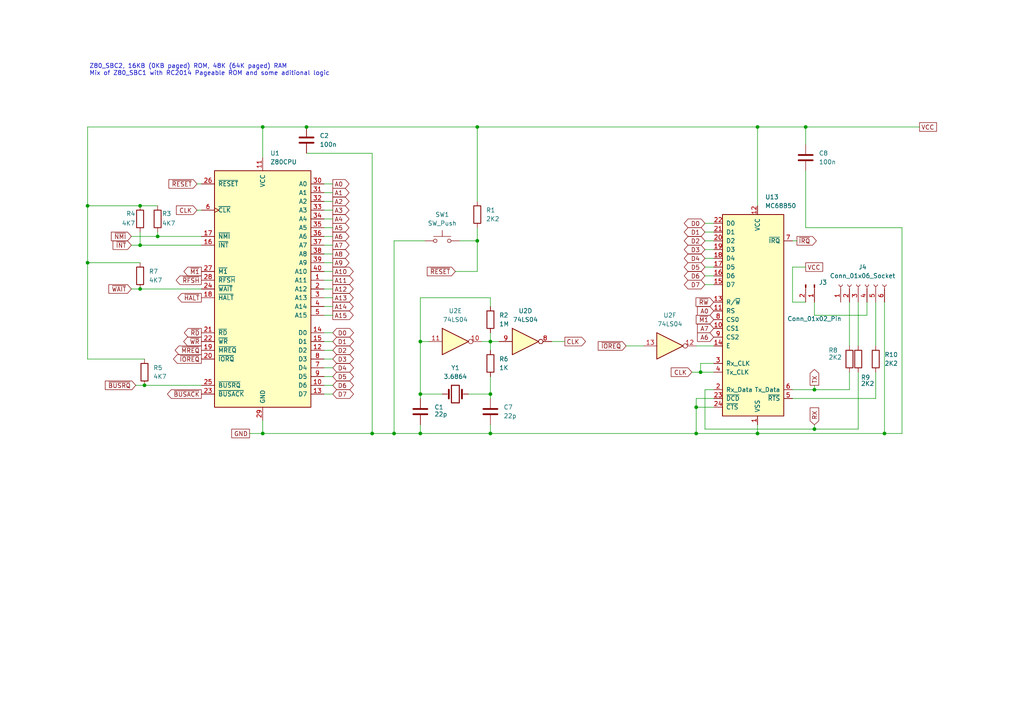
<source format=kicad_sch>
(kicad_sch (version 20231120) (generator "eeschema") (generator_version "8.0")
  (paper "A4")
  (lib_symbols
    (symbol "74xx:74LS04"
      (property "Reference" "U" (at 0 1.27 0))
      (property "Value" "74LS04" (at 0 -1.27 0))
      (symbol "74LS04_1_0"
        (polyline (pts (xy -3.81 3.81) (xy -3.81 -3.81) (xy 3.81 0) (xy -3.81 3.81)) (stroke (width 0.254)) (fill (type background)))
        (pin input line (at -7.62 0 0) (length 3.81) (name "~") (number "1"))
        (pin output inverted (at 7.62 0 180) (length 3.81) (name "~") (number "2"))
      )
      (symbol "74LS04_2_0"
        (polyline (pts (xy -3.81 3.81) (xy -3.81 -3.81) (xy 3.81 0) (xy -3.81 3.81)) (stroke (width 0.254)) (fill (type background)))
        (pin input line (at -7.62 0 0) (length 3.81) (name "~") (number "3"))
        (pin output inverted (at 7.62 0 180) (length 3.81) (name "~") (number "4"))
      )
      (symbol "74LS04_3_0"
        (polyline (pts (xy -3.81 3.81) (xy -3.81 -3.81) (xy 3.81 0) (xy -3.81 3.81)) (stroke (width 0.254)) (fill (type background)))
        (pin input line (at -7.62 0 0) (length 3.81) (name "~") (number "5"))
        (pin output inverted (at 7.62 0 180) (length 3.81) (name "~") (number "6"))
      )
      (symbol "74LS04_4_0"
        (polyline (pts (xy -3.81 3.81) (xy -3.81 -3.81) (xy 3.81 0) (xy -3.81 3.81)) (stroke (width 0.254)) (fill (type background)))
        (pin output inverted (at 7.62 0 180) (length 3.81) (name "~") (number "8"))
        (pin input line (at -7.62 0 0) (length 3.81) (name "~") (number "9"))
      )
      (symbol "74LS04_5_0"
        (polyline (pts (xy -3.81 3.81) (xy -3.81 -3.81) (xy 3.81 0) (xy -3.81 3.81)) (stroke (width 0.254)) (fill (type background)))
        (pin output inverted (at 7.62 0 180) (length 3.81) (name "~") (number "10"))
        (pin input line (at -7.62 0 0) (length 3.81) (name "~") (number "11"))
      )
      (symbol "74LS04_6_0"
        (polyline (pts (xy -3.81 3.81) (xy -3.81 -3.81) (xy 3.81 0) (xy -3.81 3.81)) (stroke (width 0.254)) (fill (type background)))
        (pin output inverted (at 7.62 0 180) (length 3.81) (name "~") (number "12"))
        (pin input line (at -7.62 0 0) (length 3.81) (name "~") (number "13"))
      )
      (symbol "74LS04_7_0"
        (pin power_in line (at 0 12.7 270) (length 5.08) (name "VCC") (number "14"))
        (pin power_in line (at 0 -12.7 90) (length 5.08) (name "GND") (number "7"))
      )
      (symbol "74LS04_7_1"
        (rectangle (start -5.08 7.62) (end 5.08 -7.62) (stroke (width 0.254)) (fill (type background)))
      )
    )
    (symbol "CPU:Z80CPU" (pin_names (offset 1.016))
      (property "Reference" "U" (at -13.97 35.56 0))
      (property "Value" "Z80CPU" (at 6.35 35.56 0))
      (symbol "Z80CPU_0_1"
        (rectangle (start -13.97 34.29) (end 13.97 -34.29) (stroke (width 0.254)) (fill (type background)))
      )
      (symbol "Z80CPU_1_1"
        (pin output line (at 17.78 2.54 180) (length 3.81) (name "A11") (number "1"))
        (pin bidirectional line (at 17.78 -27.94 180) (length 3.81) (name "D6") (number "10"))
        (pin power_in line (at 0 38.1 270) (length 3.81) (name "VCC") (number "11"))
        (pin bidirectional line (at 17.78 -17.78 180) (length 3.81) (name "D2") (number "12"))
        (pin bidirectional line (at 17.78 -30.48 180) (length 3.81) (name "D7") (number "13"))
        (pin bidirectional line (at 17.78 -12.7 180) (length 3.81) (name "D0") (number "14"))
        (pin bidirectional line (at 17.78 -15.24 180) (length 3.81) (name "D1") (number "15"))
        (pin input line (at -17.78 12.7 0) (length 3.81) (name "~{INT}") (number "16"))
        (pin input line (at -17.78 15.24 0) (length 3.81) (name "~{NMI}") (number "17"))
        (pin output line (at -17.78 -2.54 0) (length 3.81) (name "~{HALT}") (number "18"))
        (pin output line (at -17.78 -17.78 0) (length 3.81) (name "~{MREQ}") (number "19"))
        (pin output line (at 17.78 0 180) (length 3.81) (name "A12") (number "2"))
        (pin output line (at -17.78 -20.32 0) (length 3.81) (name "~{IORQ}") (number "20"))
        (pin output line (at -17.78 -12.7 0) (length 3.81) (name "~{RD}") (number "21"))
        (pin output line (at -17.78 -15.24 0) (length 3.81) (name "~{WR}") (number "22"))
        (pin output line (at -17.78 -30.48 0) (length 3.81) (name "~{BUSACK}") (number "23"))
        (pin input line (at -17.78 0 0) (length 3.81) (name "~{WAIT}") (number "24"))
        (pin input line (at -17.78 -27.94 0) (length 3.81) (name "~{BUSRQ}") (number "25"))
        (pin input line (at -17.78 30.48 0) (length 3.81) (name "~{RESET}") (number "26"))
        (pin output line (at -17.78 5.08 0) (length 3.81) (name "~{M1}") (number "27"))
        (pin output line (at -17.78 2.54 0) (length 3.81) (name "~{RFSH}") (number "28"))
        (pin power_in line (at 0 -38.1 90) (length 3.81) (name "GND") (number "29"))
        (pin output line (at 17.78 -2.54 180) (length 3.81) (name "A13") (number "3"))
        (pin output line (at 17.78 30.48 180) (length 3.81) (name "A0") (number "30"))
        (pin output line (at 17.78 27.94 180) (length 3.81) (name "A1") (number "31"))
        (pin output line (at 17.78 25.4 180) (length 3.81) (name "A2") (number "32"))
        (pin output line (at 17.78 22.86 180) (length 3.81) (name "A3") (number "33"))
        (pin output line (at 17.78 20.32 180) (length 3.81) (name "A4") (number "34"))
        (pin output line (at 17.78 17.78 180) (length 3.81) (name "A5") (number "35"))
        (pin output line (at 17.78 15.24 180) (length 3.81) (name "A6") (number "36"))
        (pin output line (at 17.78 12.7 180) (length 3.81) (name "A7") (number "37"))
        (pin output line (at 17.78 10.16 180) (length 3.81) (name "A8") (number "38"))
        (pin output line (at 17.78 7.62 180) (length 3.81) (name "A9") (number "39"))
        (pin output line (at 17.78 -5.08 180) (length 3.81) (name "A14") (number "4"))
        (pin output line (at 17.78 5.08 180) (length 3.81) (name "A10") (number "40"))
        (pin output line (at 17.78 -7.62 180) (length 3.81) (name "A15") (number "5"))
        (pin input clock (at -17.78 22.86 0) (length 3.81) (name "~{CLK}") (number "6"))
        (pin bidirectional line (at 17.78 -22.86 180) (length 3.81) (name "D4") (number "7"))
        (pin bidirectional line (at 17.78 -20.32 180) (length 3.81) (name "D3") (number "8"))
        (pin bidirectional line (at 17.78 -25.4 180) (length 3.81) (name "D5") (number "9"))
      )
    )
    (symbol "Connector:Conn_01x02_Pin" (pin_names (offset 1.016) hide)
      (property "Reference" "J" (at 0 2.54 0))
      (property "Value" "Conn_01x02_Pin" (at 0 -5.08 0))
      (symbol "Conn_01x02_Pin_1_1"
        (polyline (pts (xy 1.27 -2.54) (xy 0.8636 -2.54)) (stroke (width 0.1524)))
        (polyline (pts (xy 1.27 0) (xy 0.8636 0)) (stroke (width 0.1524)))
        (rectangle (start 0.8636 -2.413) (end 0 -2.667) (stroke (width 0.1524)) (fill (type outline)))
        (rectangle (start 0.8636 0.127) (end 0 -0.127) (stroke (width 0.1524)) (fill (type outline)))
        (pin passive line (at 5.08 0 180) (length 3.81) (name "Pin_1") (number "1"))
        (pin passive line (at 5.08 -2.54 180) (length 3.81) (name "Pin_2") (number "2"))
      )
    )
    (symbol "Connector:Conn_01x06_Socket" (pin_names (offset 1.016) hide)
      (property "Reference" "J" (at 0 7.62 0))
      (property "Value" "Conn_01x06_Socket" (at 0 -10.16 0))
      (symbol "Conn_01x06_Socket_1_1"
        (arc (start 0 -7.112) (mid -0.5058 -7.62) (end 0 -8.128) (stroke (width 0.1524)))
        (arc (start 0 -4.572) (mid -0.5058 -5.08) (end 0 -5.588) (stroke (width 0.1524)))
        (arc (start 0 -2.032) (mid -0.5058 -2.54) (end 0 -3.048) (stroke (width 0.1524)))
        (polyline (pts (xy -1.27 -7.62) (xy -0.508 -7.62)) (stroke (width 0.1524)))
        (polyline (pts (xy -1.27 -5.08) (xy -0.508 -5.08)) (stroke (width 0.1524)))
        (polyline (pts (xy -1.27 -2.54) (xy -0.508 -2.54)) (stroke (width 0.1524)))
        (polyline (pts (xy -1.27 0) (xy -0.508 0)) (stroke (width 0.1524)))
        (polyline (pts (xy -1.27 2.54) (xy -0.508 2.54)) (stroke (width 0.1524)))
        (polyline (pts (xy -1.27 5.08) (xy -0.508 5.08)) (stroke (width 0.1524)))
        (arc (start 0 0.508) (mid -0.5058 0) (end 0 -0.508) (stroke (width 0.1524)))
        (arc (start 0 3.048) (mid -0.5058 2.54) (end 0 2.032) (stroke (width 0.1524)))
        (arc (start 0 5.588) (mid -0.5058 5.08) (end 0 4.572) (stroke (width 0.1524)))
        (pin passive line (at -5.08 5.08 0) (length 3.81) (name "Pin_1") (number "1"))
        (pin passive line (at -5.08 2.54 0) (length 3.81) (name "Pin_2") (number "2"))
        (pin passive line (at -5.08 0 0) (length 3.81) (name "Pin_3") (number "3"))
        (pin passive line (at -5.08 -2.54 0) (length 3.81) (name "Pin_4") (number "4"))
        (pin passive line (at -5.08 -5.08 0) (length 3.81) (name "Pin_5") (number "5"))
        (pin passive line (at -5.08 -7.62 0) (length 3.81) (name "Pin_6") (number "6"))
      )
    )
    (symbol "Device:C" (pin_numbers hide) (pin_names (offset 0.254))
      (property "Reference" "C" (at 0.635 2.54 0))
      (property "Value" "C" (at 0.635 -2.54 0))
      (symbol "C_0_1"
        (polyline (pts (xy -2.032 -0.762) (xy 2.032 -0.762)) (stroke (width 0.508)))
        (polyline (pts (xy -2.032 0.762) (xy 2.032 0.762)) (stroke (width 0.508)))
      )
      (symbol "C_1_1"
        (pin passive line (at 0 3.81 270) (length 2.794) (name "~") (number "1"))
        (pin passive line (at 0 -3.81 90) (length 2.794) (name "~") (number "2"))
      )
    )
    (symbol "Device:Crystal" (pin_numbers hide) (pin_names (offset 1.016) hide)
      (property "Reference" "Y" (at 0 3.81 0))
      (property "Value" "Crystal" (at 0 -3.81 0))
      (symbol "Crystal_0_1"
        (rectangle (start -1.143 2.54) (end 1.143 -2.54) (stroke (width 0.3048)))
        (polyline (pts (xy -2.54 0) (xy -1.905 0)))
        (polyline (pts (xy -1.905 -1.27) (xy -1.905 1.27)) (stroke (width 0.508)))
        (polyline (pts (xy 1.905 -1.27) (xy 1.905 1.27)) (stroke (width 0.508)))
        (polyline (pts (xy 2.54 0) (xy 1.905 0)))
      )
      (symbol "Crystal_1_1"
        (pin passive line (at -3.81 0 0) (length 1.27) (name "1") (number "1"))
        (pin passive line (at 3.81 0 180) (length 1.27) (name "2") (number "2"))
      )
    )
    (symbol "Device:R" (pin_numbers hide) (pin_names (offset 0))
      (property "Reference" "R" (at 2.032 0 90))
      (property "Value" "R" (at 0 0 90))
      (symbol "R_0_1"
        (rectangle (start -1.016 -2.54) (end 1.016 2.54) (stroke (width 0.254)))
      )
      (symbol "R_1_1"
        (pin passive line (at 0 3.81 270) (length 1.27) (name "~") (number "1"))
        (pin passive line (at 0 -3.81 90) (length 1.27) (name "~") (number "2"))
      )
    )
    (symbol "Interface_UART:MC68B50" (pin_names (offset 1.016))
      (property "Reference" "U" (at -7.366 31.75 0))
      (property "Value" "MC68B50" (at 10.414 31.75 0))
      (symbol "MC68B50_1_1"
        (rectangle (start -10.16 -27.94) (end 7.62 30.48) (stroke (width 0.254)) (fill (type background)))
        (pin power_in line (at 0 -30.48 90) (length 2.54) (name "VSS") (number "1"))
        (pin input line (at -12.7 -2.54 0) (length 2.54) (name "CS1") (number "10"))
        (pin input line (at -12.7 2.54 0) (length 2.54) (name "RS") (number "11"))
        (pin power_in line (at 0 33.02 270) (length 2.54) (name "VCC") (number "12"))
        (pin input line (at -12.7 5.08 0) (length 2.54) (name "R/~{W}") (number "13"))
        (pin input line (at -12.7 -7.62 0) (length 2.54) (name "E") (number "14"))
        (pin bidirectional line (at -12.7 10.16 0) (length 2.54) (name "D7") (number "15"))
        (pin bidirectional line (at -12.7 12.7 0) (length 2.54) (name "D6") (number "16"))
        (pin bidirectional line (at -12.7 15.24 0) (length 2.54) (name "D5") (number "17"))
        (pin bidirectional line (at -12.7 17.78 0) (length 2.54) (name "D4") (number "18"))
        (pin bidirectional line (at -12.7 20.32 0) (length 2.54) (name "D3") (number "19"))
        (pin input line (at -12.7 -20.32 0) (length 2.54) (name "Rx_Data") (number "2"))
        (pin bidirectional line (at -12.7 22.86 0) (length 2.54) (name "D2") (number "20"))
        (pin bidirectional line (at -12.7 25.4 0) (length 2.54) (name "D1") (number "21"))
        (pin bidirectional line (at -12.7 27.94 0) (length 2.54) (name "D0") (number "22"))
        (pin input line (at -12.7 -22.86 0) (length 2.54) (name "~{DCD}") (number "23"))
        (pin input line (at -12.7 -25.4 0) (length 2.54) (name "~{CTS}") (number "24"))
        (pin input line (at -12.7 -12.7 0) (length 2.54) (name "Rx_CLK") (number "3"))
        (pin input line (at -12.7 -15.24 0) (length 2.54) (name "Tx_CLK") (number "4"))
        (pin output line (at 10.16 -22.86 180) (length 2.54) (name "~{RTS}") (number "5"))
        (pin output line (at 10.16 -20.32 180) (length 2.54) (name "Tx_Data") (number "6"))
        (pin output line (at 10.16 22.86 180) (length 2.54) (name "~{IRQ}") (number "7"))
        (pin input line (at -12.7 0 0) (length 2.54) (name "CS0") (number "8"))
        (pin input line (at -12.7 -5.08 0) (length 2.54) (name "CS2") (number "9"))
      )
    )
    (symbol "Switch:SW_Push" (pin_numbers hide) (pin_names (offset 1.016) hide)
      (property "Reference" "SW" (at 1.27 2.54 0))
      (property "Value" "SW_Push" (at 0 -1.524 0))
      (symbol "SW_Push_0_1"
        (circle (center -2.032 0) (radius 0.508))
        (polyline (pts (xy 0 1.27) (xy 0 3.048)))
        (polyline (pts (xy 2.54 1.27) (xy -2.54 1.27)))
        (circle (center 2.032 0) (radius 0.508))
        (pin passive line (at -5.08 0 0) (length 2.54) (name "1") (number "1"))
        (pin passive line (at 5.08 0 180) (length 2.54) (name "2") (number "2"))
      )
    )
  )
  (junction (at 233.68 36.83))
  (junction (at 40.64 71.12))
  (junction (at 41.91 111.76))
  (junction (at 121.92 125.73))
  (junction (at 40.64 59.69))
  (junction (at 88.9 36.83))
  (junction (at 142.24 114.3))
  (junction (at 236.22 124.46))
  (junction (at 138.43 69.85))
  (junction (at 142.24 99.06))
  (junction (at 25.4 76.2))
  (junction (at 25.4 59.69))
  (junction (at 40.64 83.82))
  (junction (at 142.24 125.73))
  (junction (at 201.93 118.11))
  (junction (at 138.43 36.83))
  (junction (at 76.2 125.73))
  (junction (at 107.95 125.73))
  (junction (at 201.93 125.73))
  (junction (at 76.2 36.83))
  (junction (at 256.54 125.73))
  (junction (at 203.2 107.95))
  (junction (at 219.71 125.73))
  (junction (at 45.72 68.58))
  (junction (at 114.3 125.73))
  (junction (at 121.92 99.06))
  (junction (at 236.22 113.03))
  (junction (at 121.92 114.3))
  (junction (at 219.71 36.83))
  (wire (pts (xy 96.52 101.6) (xy 93.98 101.6)))
  (wire (pts (xy 114.3 69.85) (xy 123.19 69.85)))
  (wire (pts (xy 96.52 96.52) (xy 93.98 96.52)))
  (wire (pts (xy 138.43 36.83) (xy 138.43 58.42)))
  (wire (pts (xy 207.01 107.95) (xy 203.2 107.95)))
  (wire (pts (xy 219.71 36.83) (xy 219.71 59.69)))
  (wire (pts (xy 233.68 66.04) (xy 261.62 66.04)))
  (wire (pts (xy 204.47 67.31) (xy 207.01 67.31)))
  (wire (pts (xy 251.46 91.44) (xy 251.46 87.63)))
  (wire (pts (xy 248.92 124.46) (xy 248.92 107.95)))
  (wire (pts (xy 233.68 87.63) (xy 229.87 87.63)))
  (wire (pts (xy 142.24 86.36) (xy 121.92 86.36)))
  (wire (pts (xy 96.52 91.44) (xy 93.98 91.44)))
  (wire (pts (xy 233.68 36.83) (xy 266.7 36.83)))
  (wire (pts (xy 160.02 99.06) (xy 163.83 99.06)))
  (wire (pts (xy 96.52 63.5) (xy 93.98 63.5)))
  (wire (pts (xy 233.68 36.83) (xy 233.68 41.91)))
  (wire (pts (xy 38.1 68.58) (xy 45.72 68.58)))
  (wire (pts (xy 142.24 99.06) (xy 142.24 101.6)))
  (wire (pts (xy 57.15 53.34) (xy 58.42 53.34)))
  (wire (pts (xy 107.95 125.73) (xy 114.3 125.73)))
  (wire (pts (xy 25.4 36.83) (xy 25.4 59.69)))
  (wire (pts (xy 114.3 69.85) (xy 114.3 125.73)))
  (wire (pts (xy 201.93 115.57) (xy 207.01 115.57)))
  (wire (pts (xy 25.4 104.14) (xy 25.4 76.2)))
  (wire (pts (xy 204.47 72.39) (xy 207.01 72.39)))
  (wire (pts (xy 25.4 36.83) (xy 76.2 36.83)))
  (wire (pts (xy 76.2 125.73) (xy 107.95 125.73)))
  (wire (pts (xy 236.22 124.46) (xy 248.92 124.46)))
  (wire (pts (xy 204.47 64.77) (xy 207.01 64.77)))
  (wire (pts (xy 96.52 53.34) (xy 93.98 53.34)))
  (wire (pts (xy 121.92 125.73) (xy 142.24 125.73)))
  (wire (pts (xy 248.92 87.63) (xy 248.92 100.33)))
  (wire (pts (xy 96.52 88.9) (xy 93.98 88.9)))
  (wire (pts (xy 96.52 81.28) (xy 93.98 81.28)))
  (wire (pts (xy 88.9 36.83) (xy 138.43 36.83)))
  (wire (pts (xy 76.2 36.83) (xy 88.9 36.83)))
  (wire (pts (xy 142.24 99.06) (xy 144.78 99.06)))
  (wire (pts (xy 25.4 76.2) (xy 40.64 76.2)))
  (wire (pts (xy 96.52 76.2) (xy 93.98 76.2)))
  (wire (pts (xy 40.64 83.82) (xy 58.42 83.82)))
  (wire (pts (xy 219.71 125.73) (xy 219.71 123.19)))
  (wire (pts (xy 121.92 114.3) (xy 128.27 114.3)))
  (wire (pts (xy 246.38 113.03) (xy 236.22 113.03)))
  (wire (pts (xy 142.24 114.3) (xy 142.24 115.57)))
  (wire (pts (xy 246.38 107.95) (xy 246.38 113.03)))
  (wire (pts (xy 135.89 114.3) (xy 142.24 114.3)))
  (wire (pts (xy 142.24 88.9) (xy 142.24 86.36)))
  (wire (pts (xy 204.47 124.46) (xy 236.22 124.46)))
  (wire (pts (xy 107.95 125.73) (xy 107.95 44.45)))
  (wire (pts (xy 39.37 111.76) (xy 41.91 111.76)))
  (wire (pts (xy 121.92 86.36) (xy 121.92 99.06)))
  (wire (pts (xy 207.01 113.03) (xy 204.47 113.03)))
  (wire (pts (xy 201.93 118.11) (xy 201.93 125.73)))
  (wire (pts (xy 138.43 69.85) (xy 138.43 78.74)))
  (wire (pts (xy 229.87 77.47) (xy 233.68 77.47)))
  (wire (pts (xy 142.24 125.73) (xy 142.24 123.19)))
  (wire (pts (xy 76.2 125.73) (xy 76.2 121.92)))
  (wire (pts (xy 203.2 107.95) (xy 203.2 105.41)))
  (wire (pts (xy 203.2 105.41) (xy 207.01 105.41)))
  (wire (pts (xy 40.64 71.12) (xy 58.42 71.12)))
  (wire (pts (xy 96.52 99.06) (xy 93.98 99.06)))
  (wire (pts (xy 45.72 68.58) (xy 45.72 67.31)))
  (wire (pts (xy 246.38 87.63) (xy 246.38 100.33)))
  (wire (pts (xy 114.3 125.73) (xy 121.92 125.73)))
  (wire (pts (xy 96.52 83.82) (xy 93.98 83.82)))
  (wire (pts (xy 236.22 111.76) (xy 236.22 113.03)))
  (wire (pts (xy 96.52 78.74) (xy 93.98 78.74)))
  (wire (pts (xy 142.24 99.06) (xy 139.7 99.06)))
  (wire (pts (xy 96.52 71.12) (xy 93.98 71.12)))
  (wire (pts (xy 138.43 36.83) (xy 219.71 36.83)))
  (wire (pts (xy 121.92 99.06) (xy 121.92 114.3)))
  (wire (pts (xy 181.61 100.33) (xy 186.69 100.33)))
  (wire (pts (xy 76.2 45.72) (xy 76.2 36.83)))
  (wire (pts (xy 25.4 76.2) (xy 25.4 59.69)))
  (wire (pts (xy 40.64 67.31) (xy 40.64 71.12)))
  (wire (pts (xy 96.52 55.88) (xy 93.98 55.88)))
  (wire (pts (xy 254 87.63) (xy 254 100.33)))
  (wire (pts (xy 200.66 107.95) (xy 203.2 107.95)))
  (wire (pts (xy 96.52 104.14) (xy 93.98 104.14)))
  (wire (pts (xy 231.14 69.85) (xy 229.87 69.85)))
  (wire (pts (xy 261.62 66.04) (xy 261.62 125.73)))
  (wire (pts (xy 58.42 68.58) (xy 45.72 68.58)))
  (wire (pts (xy 142.24 96.52) (xy 142.24 99.06)))
  (wire (pts (xy 204.47 80.01) (xy 207.01 80.01)))
  (wire (pts (xy 96.52 73.66) (xy 93.98 73.66)))
  (wire (pts (xy 236.22 113.03) (xy 229.87 113.03)))
  (wire (pts (xy 254 107.95) (xy 254 115.57)))
  (wire (pts (xy 121.92 99.06) (xy 124.46 99.06)))
  (wire (pts (xy 96.52 106.68) (xy 93.98 106.68)))
  (wire (pts (xy 57.15 60.96) (xy 58.42 60.96)))
  (wire (pts (xy 41.91 111.76) (xy 58.42 111.76)))
  (wire (pts (xy 96.52 58.42) (xy 93.98 58.42)))
  (wire (pts (xy 121.92 115.57) (xy 121.92 114.3)))
  (wire (pts (xy 229.87 115.57) (xy 254 115.57)))
  (wire (pts (xy 142.24 125.73) (xy 201.93 125.73)))
  (wire (pts (xy 204.47 113.03) (xy 204.47 124.46)))
  (wire (pts (xy 256.54 87.63) (xy 256.54 125.73)))
  (wire (pts (xy 138.43 66.04) (xy 138.43 69.85)))
  (wire (pts (xy 219.71 36.83) (xy 233.68 36.83)))
  (wire (pts (xy 96.52 111.76) (xy 93.98 111.76)))
  (wire (pts (xy 40.64 59.69) (xy 45.72 59.69)))
  (wire (pts (xy 25.4 59.69) (xy 40.64 59.69)))
  (wire (pts (xy 142.24 109.22) (xy 142.24 114.3)))
  (wire (pts (xy 96.52 86.36) (xy 93.98 86.36)))
  (wire (pts (xy 236.22 87.63) (xy 236.22 91.44)))
  (wire (pts (xy 256.54 125.73) (xy 261.62 125.73)))
  (wire (pts (xy 133.35 69.85) (xy 138.43 69.85)))
  (wire (pts (xy 96.52 109.22) (xy 93.98 109.22)))
  (wire (pts (xy 107.95 44.45) (xy 88.9 44.45)))
  (wire (pts (xy 201.93 100.33) (xy 207.01 100.33)))
  (wire (pts (xy 96.52 114.3) (xy 93.98 114.3)))
  (wire (pts (xy 72.39 125.73) (xy 76.2 125.73)))
  (wire (pts (xy 204.47 69.85) (xy 207.01 69.85)))
  (wire (pts (xy 204.47 77.47) (xy 207.01 77.47)))
  (wire (pts (xy 201.93 125.73) (xy 219.71 125.73)))
  (wire (pts (xy 96.52 66.04) (xy 93.98 66.04)))
  (wire (pts (xy 233.68 49.53) (xy 233.68 66.04)))
  (wire (pts (xy 96.52 60.96) (xy 93.98 60.96)))
  (wire (pts (xy 38.1 71.12) (xy 40.64 71.12)))
  (wire (pts (xy 236.22 91.44) (xy 251.46 91.44)))
  (wire (pts (xy 41.91 104.14) (xy 25.4 104.14)))
  (wire (pts (xy 204.47 82.55) (xy 207.01 82.55)))
  (wire (pts (xy 121.92 123.19) (xy 121.92 125.73)))
  (wire (pts (xy 38.1 83.82) (xy 40.64 83.82)))
  (wire (pts (xy 229.87 87.63) (xy 229.87 77.47)))
  (wire (pts (xy 132.08 78.74) (xy 138.43 78.74)))
  (wire (pts (xy 236.22 123.19) (xy 236.22 124.46)))
  (wire (pts (xy 201.93 115.57) (xy 201.93 118.11)))
  (wire (pts (xy 204.47 74.93) (xy 207.01 74.93)))
  (wire (pts (xy 219.71 125.73) (xy 256.54 125.73)))
  (wire (pts (xy 96.52 68.58) (xy 93.98 68.58)))
  (wire (pts (xy 201.93 118.11) (xy 207.01 118.11)))
  (text "Z80_SBC2, 16KB (0KB paged) ROM, 48K (64K paged) RAM\nMix of Z80_SBC1 with RC2014 Pageable ROM and some aditional logic" (at 25.908 20.32 0) (effects (font (size 1.27 1.27)) (justify left)))
  (global_label "A8" (shape output) (at 96.52 73.66 0) (property "Intersheetrefs" "${INTERSHEET_REFS}" (effects (hide yes))))
  (global_label "A11" (shape output) (at 96.52 81.28 0) (property "Intersheetrefs" "${INTERSHEET_REFS}" (effects (hide yes))))
  (global_label "A0" (shape input) (at 207.01 90.17 180) (property "Intersheetrefs" "${INTERSHEET_REFS}" (effects (hide yes))))
  (global_label "A1" (shape output) (at 96.52 55.88 0) (property "Intersheetrefs" "${INTERSHEET_REFS}" (effects (hide yes))))
  (global_label "D1" (shape bidirectional) (at 96.52 99.06 0) (property "Intersheetrefs" "${INTERSHEET_REFS}" (effects (hide yes))))
  (global_label "~{INT}" (shape input) (at 38.1 71.12 180) (property "Intersheetrefs" "${INTERSHEET_REFS}" (effects (hide yes))))
  (global_label "D1" (shape bidirectional) (at 204.47 67.31 180) (property "Intersheetrefs" "${INTERSHEET_REFS}" (effects (hide yes))))
  (global_label "CLK" (shape output) (at 163.83 99.06 0) (property "Intersheetrefs" "${INTERSHEET_REFS}" (effects (hide yes))))
  (global_label "~{RW}" (shape input) (at 207.01 87.63 180) (property "Intersheetrefs" "${INTERSHEET_REFS}" (effects (hide yes))))
  (global_label "A7" (shape input) (at 207.01 95.25 180) (property "Intersheetrefs" "${INTERSHEET_REFS}" (effects (hide yes))))
  (global_label "D0" (shape bidirectional) (at 96.52 96.52 0) (property "Intersheetrefs" "${INTERSHEET_REFS}" (effects (hide yes))))
  (global_label "A12" (shape output) (at 96.52 83.82 0) (property "Intersheetrefs" "${INTERSHEET_REFS}" (effects (hide yes))))
  (global_label "~{MREQ}" (shape output) (at 58.42 101.6 180) (property "Intersheetrefs" "${INTERSHEET_REFS}" (effects (hide yes))))
  (global_label "GND" (shape passive) (at 72.39 125.73 180) (property "Intersheetrefs" "${INTERSHEET_REFS}" (effects (hide yes))))
  (global_label "~{BUSRQ}" (shape input) (at 39.37 111.76 180) (property "Intersheetrefs" "${INTERSHEET_REFS}" (effects (hide yes))))
  (global_label "D2" (shape bidirectional) (at 96.52 101.6 0) (property "Intersheetrefs" "${INTERSHEET_REFS}" (effects (hide yes))))
  (global_label "~{WAIT}" (shape input) (at 38.1 83.82 180) (property "Intersheetrefs" "${INTERSHEET_REFS}" (effects (hide yes))))
  (global_label "A13" (shape output) (at 96.52 86.36 0) (property "Intersheetrefs" "${INTERSHEET_REFS}" (effects (hide yes))))
  (global_label "~{RESET}" (shape input) (at 57.15 53.34 180) (property "Intersheetrefs" "${INTERSHEET_REFS}" (effects (hide yes))))
  (global_label "CLK" (shape input) (at 200.66 107.95 180) (property "Intersheetrefs" "${INTERSHEET_REFS}" (effects (hide yes))))
  (global_label "A0" (shape output) (at 96.52 53.34 0) (property "Intersheetrefs" "${INTERSHEET_REFS}" (effects (hide yes))))
  (global_label "D6" (shape bidirectional) (at 204.47 80.01 180) (property "Intersheetrefs" "${INTERSHEET_REFS}" (effects (hide yes))))
  (global_label "~{IOREQ}" (shape output) (at 58.42 104.14 180) (property "Intersheetrefs" "${INTERSHEET_REFS}" (effects (hide yes))))
  (global_label "D0" (shape bidirectional) (at 204.47 64.77 180) (property "Intersheetrefs" "${INTERSHEET_REFS}" (effects (hide yes))))
  (global_label "A9" (shape output) (at 96.52 76.2 0) (property "Intersheetrefs" "${INTERSHEET_REFS}" (effects (hide yes))))
  (global_label "D3" (shape bidirectional) (at 96.52 104.14 0) (property "Intersheetrefs" "${INTERSHEET_REFS}" (effects (hide yes))))
  (global_label "RX" (shape input) (at 236.22 123.19 90) (property "Intersheetrefs" "${INTERSHEET_REFS}" (effects (hide yes))))
  (global_label "A4" (shape output) (at 96.52 63.5 0) (property "Intersheetrefs" "${INTERSHEET_REFS}" (effects (hide yes))))
  (global_label "~{HALT}" (shape output) (at 58.42 86.36 180) (property "Intersheetrefs" "${INTERSHEET_REFS}" (effects (hide yes))))
  (global_label "A15" (shape output) (at 96.52 91.44 0) (property "Intersheetrefs" "${INTERSHEET_REFS}" (effects (hide yes))))
  (global_label "~{IOREQ}" (shape input) (at 181.61 100.33 180) (property "Intersheetrefs" "${INTERSHEET_REFS}" (effects (hide yes))))
  (global_label "~{BUSACK}" (shape output) (at 58.42 114.3 180) (property "Intersheetrefs" "${INTERSHEET_REFS}" (effects (hide yes))))
  (global_label "A10" (shape output) (at 96.52 78.74 0) (property "Intersheetrefs" "${INTERSHEET_REFS}" (effects (hide yes))))
  (global_label "D2" (shape bidirectional) (at 204.47 69.85 180) (property "Intersheetrefs" "${INTERSHEET_REFS}" (effects (hide yes))))
  (global_label "A6" (shape input) (at 207.01 97.79 180) (property "Intersheetrefs" "${INTERSHEET_REFS}" (effects (hide yes))))
  (global_label "D4" (shape bidirectional) (at 96.52 106.68 0) (property "Intersheetrefs" "${INTERSHEET_REFS}" (effects (hide yes))))
  (global_label "D6" (shape bidirectional) (at 96.52 111.76 0) (property "Intersheetrefs" "${INTERSHEET_REFS}" (effects (hide yes))))
  (global_label "D5" (shape bidirectional) (at 204.47 77.47 180) (property "Intersheetrefs" "${INTERSHEET_REFS}" (effects (hide yes))))
  (global_label "VCC" (shape passive) (at 233.68 77.47 0) (property "Intersheetrefs" "${INTERSHEET_REFS}" (effects (hide yes))))
  (global_label "TX" (shape output) (at 236.22 111.76 90) (property "Intersheetrefs" "${INTERSHEET_REFS}" (effects (hide yes))))
  (global_label "~{M1}" (shape input) (at 207.01 92.71 180) (property "Intersheetrefs" "${INTERSHEET_REFS}" (effects (hide yes))))
  (global_label "A5" (shape output) (at 96.52 66.04 0) (property "Intersheetrefs" "${INTERSHEET_REFS}" (effects (hide yes))))
  (global_label "D4" (shape bidirectional) (at 204.47 74.93 180) (property "Intersheetrefs" "${INTERSHEET_REFS}" (effects (hide yes))))
  (global_label "~{M1}" (shape output) (at 58.42 78.74 180) (property "Intersheetrefs" "${INTERSHEET_REFS}" (effects (hide yes))))
  (global_label "D7" (shape bidirectional) (at 96.52 114.3 0) (property "Intersheetrefs" "${INTERSHEET_REFS}" (effects (hide yes))))
  (global_label "A2" (shape output) (at 96.52 58.42 0) (property "Intersheetrefs" "${INTERSHEET_REFS}" (effects (hide yes))))
  (global_label "~{RFSH}" (shape output) (at 58.42 81.28 180) (property "Intersheetrefs" "${INTERSHEET_REFS}" (effects (hide yes))))
  (global_label "D7" (shape bidirectional) (at 204.47 82.55 180) (property "Intersheetrefs" "${INTERSHEET_REFS}" (effects (hide yes))))
  (global_label "~{NMI}" (shape input) (at 38.1 68.58 180) (property "Intersheetrefs" "${INTERSHEET_REFS}" (effects (hide yes))))
  (global_label "~{RESET}" (shape input) (at 132.08 78.74 180) (property "Intersheetrefs" "${INTERSHEET_REFS}" (effects (hide yes))))
  (global_label "A3" (shape output) (at 96.52 60.96 0) (property "Intersheetrefs" "${INTERSHEET_REFS}" (effects (hide yes))))
  (global_label "A6" (shape output) (at 96.52 68.58 0) (property "Intersheetrefs" "${INTERSHEET_REFS}" (effects (hide yes))))
  (global_label "D5" (shape bidirectional) (at 96.52 109.22 0) (property "Intersheetrefs" "${INTERSHEET_REFS}" (effects (hide yes))))
  (global_label "~{IRQ}" (shape output) (at 231.14 69.85 0) (property "Intersheetrefs" "${INTERSHEET_REFS}" (effects (hide yes))))
  (global_label "VCC" (shape passive) (at 266.7 36.83 0) (property "Intersheetrefs" "${INTERSHEET_REFS}" (effects (hide yes))))
  (global_label "A7" (shape output) (at 96.52 71.12 0) (property "Intersheetrefs" "${INTERSHEET_REFS}" (effects (hide yes))))
  (global_label "D3" (shape bidirectional) (at 204.47 72.39 180) (property "Intersheetrefs" "${INTERSHEET_REFS}" (effects (hide yes))))
  (global_label "CLK" (shape input) (at 57.15 60.96 180) (property "Intersheetrefs" "${INTERSHEET_REFS}" (effects (hide yes))))
  (global_label "~{WR}" (shape output) (at 58.42 99.06 180) (property "Intersheetrefs" "${INTERSHEET_REFS}" (effects (hide yes))))
  (global_label "~{RD}" (shape output) (at 58.42 96.52 180) (property "Intersheetrefs" "${INTERSHEET_REFS}" (effects (hide yes))))
  (global_label "A14" (shape output) (at 96.52 88.9 0) (property "Intersheetrefs" "${INTERSHEET_REFS}" (effects (hide yes))))
  (symbol (lib_id "Device:R") (at 248.92 104.14 0) (unit 1)
    (property "Reference" "R9" (at 249.682 109.474 0) (effects (justify left)))
    (property "Value" "2K2" (at 249.682 111.252 0) (effects (justify left)))
    (property "Footprint" "Resistor_THT:R_Axial_DIN0207_L6.3mm_D2.5mm_P7.62mm_Horizontal" (effects (hide yes)))
    (property "Description" "Resistor" (effects (hide yes)))
  )
  (symbol (lib_id "Device:C") (at 88.9 40.64 0) (unit 1)
    (property "Reference" "C2" (at 92.71 39.3699 0) (effects (justify left)))
    (property "Value" "100n" (at 92.71 41.9099 0) (effects (justify left)))
    (property "Footprint" "Capacitor_THT:C_Disc_D5.1mm_W3.2mm_P5.00mm" (effects (hide yes)))
    (property "Description" "Unpolarized capacitor" (effects (hide yes)))
  )
  (symbol (lib_id "Switch:SW_Push") (at 128.27 69.85 0) (unit 1)
    (property "Reference" "SW1" (at 128.27 62.23 0))
    (property "Value" "SW_Push" (at 128.27 64.77 0))
    (property "Footprint" "Button_Switch_THT:SW_Tactile_Straight_KSA0Axx1LFTR" (effects (hide yes)))
    (property "Description" "Push button switch, generic, two pins" (effects (hide yes)))
  )
  (symbol (lib_id "Device:R") (at 142.24 105.41 0) (unit 1)
    (property "Reference" "R6" (at 144.78 104.1399 0) (effects (justify left)))
    (property "Value" "1K" (at 144.78 106.6799 0) (effects (justify left)))
    (property "Footprint" "Resistor_THT:R_Axial_DIN0207_L6.3mm_D2.5mm_P7.62mm_Horizontal" (effects (hide yes)))
    (property "Description" "Resistor" (effects (hide yes)))
  )
  (symbol (lib_id "Device:R") (at 41.91 107.95 0) (unit 1)
    (property "Reference" "R5" (at 44.45 106.6799 0) (effects (justify left)))
    (property "Value" "4K7" (at 44.45 109.2199 0) (effects (justify left)))
    (property "Footprint" "Resistor_THT:R_Axial_DIN0207_L6.3mm_D2.5mm_P7.62mm_Horizontal" (effects (hide yes)))
    (property "Description" "Resistor" (effects (hide yes)))
  )
  (symbol (lib_id "74xx:74LS04") (at 194.31 100.33 0) (unit 6)
    (property "Reference" "U2" (at 194.31 91.44 0))
    (property "Value" "74LS04" (at 194.31 93.98 0))
    (property "Footprint" "Package_DIP:DIP-14_W7.62mm_LongPads" (effects (hide yes)))
    (property "Datasheet" "http://www.ti.com/lit/gpn/sn74LS04" (effects (hide yes)))
    (property "Description" "Hex Inverter" (effects (hide yes)))
  )
  (symbol (lib_id "74xx:74LS04") (at 152.4 99.06 0) (unit 4)
    (property "Reference" "U2" (at 152.4 90.17 0))
    (property "Value" "74LS04" (at 152.4 92.71 0))
    (property "Footprint" "Package_DIP:DIP-14_W7.62mm_LongPads" (effects (hide yes)))
    (property "Datasheet" "http://www.ti.com/lit/gpn/sn74LS04" (effects (hide yes)))
    (property "Description" "Hex Inverter" (effects (hide yes)))
  )
  (symbol (lib_id "Device:Crystal") (at 132.08 114.3 0) (unit 1)
    (property "Reference" "Y1" (at 132.08 106.68 0))
    (property "Value" "3.6864" (at 132.08 109.22 0))
    (property "Footprint" "Crystal:Crystal_HC18-U_Vertical" (effects (hide yes)))
    (property "Description" "Two pin crystal" (effects (hide yes)))
  )
  (symbol (lib_id "Connector:Conn_01x06_Socket") (at 248.92 82.55 90) (unit 1)
    (property "Reference" "J4" (at 250.19 77.47 90))
    (property "Value" "Conn_01x06_Socket" (at 250.19 80.01 90))
    (property "Footprint" "Connector_PinHeader_2.54mm:PinHeader_1x06_P2.54mm_Horizontal" (effects (hide yes)))
    (property "Description" "Generic connector, single row, 01x06, script generated" (effects (hide yes)))
  )
  (symbol (lib_id "Device:R") (at 40.64 80.01 0) (unit 1)
    (property "Reference" "R7" (at 43.18 78.7399 0) (effects (justify left)))
    (property "Value" "4K7" (at 43.18 81.2799 0) (effects (justify left)))
    (property "Footprint" "Resistor_THT:R_Axial_DIN0207_L6.3mm_D2.5mm_P7.62mm_Horizontal" (effects (hide yes)))
    (property "Description" "Resistor" (effects (hide yes)))
  )
  (symbol (lib_id "CPU:Z80CPU") (at 76.2 83.82 0) (unit 1)
    (property "Reference" "U1" (at 78.3941 44.45 0) (effects (justify left)))
    (property "Value" "Z80CPU" (at 78.3941 46.99 0) (effects (justify left)))
    (property "Footprint" "Package_DIP:DIP-40_W15.24mm_Socket_LongPads" (effects (hide yes)))
    (property "Datasheet" "www.zilog.com/manage_directlink.php?filepath=docs/z80/um0080" (effects (hide yes)))
    (property "Description" "8-bit General Purpose Microprocessor, DIP-40" (effects (hide yes)))
  )
  (symbol (lib_id "Interface_UART:MC68B50") (at 219.71 92.71 0) (unit 1)
    (property "Reference" "U13" (at 221.9041 57.15 0) (effects (justify left)))
    (property "Value" "MC68B50" (at 221.9041 59.69 0) (effects (justify left)))
    (property "Footprint" "Package_DIP:DIP-24_W15.24mm" (effects (hide yes)))
    (property "Datasheet" "http://pdf.datasheetcatalog.com/datasheet/motorola/MC6850.pdf" (effects (hide yes)))
    (property "Description" "Asynchronous Communications Interface Adapter 2MHz, DIP-40" (effects (hide yes)))
  )
  (symbol (lib_id "Device:C") (at 121.92 119.38 0) (unit 1)
    (property "Reference" "C1" (at 125.984 118.11 0) (effects (justify left)))
    (property "Value" "22p" (at 125.984 120.142 0) (effects (justify left)))
    (property "Footprint" "Capacitor_THT:C_Disc_D3.0mm_W2.0mm_P2.50mm" (effects (hide yes)))
    (property "Description" "Unpolarized capacitor" (effects (hide yes)))
  )
  (symbol (lib_id "Device:R") (at 45.72 63.5 0) (unit 1)
    (property "Reference" "R3" (at 46.99 61.976 0) (effects (justify left)))
    (property "Value" "4K7" (at 46.99 64.77 0) (effects (justify left)))
    (property "Footprint" "Resistor_THT:R_Axial_DIN0207_L6.3mm_D2.5mm_P7.62mm_Horizontal" (effects (hide yes)))
    (property "Description" "Resistor" (effects (hide yes)))
  )
  (symbol (lib_id "Connector:Conn_01x02_Pin") (at 236.22 82.55 270) (unit 1)
    (property "Reference" "J3" (at 237.49 81.9149 90) (effects (justify left)))
    (property "Value" "Conn_01x02_Pin" (at 228.346 92.456 90) (effects (justify left)))
    (property "Footprint" "Connector_PinHeader_2.54mm:PinHeader_1x02_P2.54mm_Vertical" (effects (hide yes)))
    (property "Description" "Generic connector, single row, 01x02, script generated" (effects (hide yes)))
  )
  (symbol (lib_id "Device:R") (at 254 104.14 0) (unit 1)
    (property "Reference" "R10" (at 256.54 102.8699 0) (effects (justify left)))
    (property "Value" "2K2" (at 256.54 105.4099 0) (effects (justify left)))
    (property "Footprint" "Resistor_THT:R_Axial_DIN0207_L6.3mm_D2.5mm_P7.62mm_Horizontal" (effects (hide yes)))
    (property "Description" "Resistor" (effects (hide yes)))
  )
  (symbol (lib_id "Device:R") (at 246.38 104.14 0) (unit 1)
    (property "Reference" "R8" (at 240.284 101.6 0) (effects (justify left)))
    (property "Value" "2K2" (at 240.284 103.632 0) (effects (justify left)))
    (property "Footprint" "Resistor_THT:R_Axial_DIN0207_L6.3mm_D2.5mm_P7.62mm_Horizontal" (effects (hide yes)))
    (property "Description" "Resistor" (effects (hide yes)))
  )
  (symbol (lib_id "Device:C") (at 142.24 119.38 0) (unit 1)
    (property "Reference" "C7" (at 146.05 118.1099 0) (effects (justify left)))
    (property "Value" "22p" (at 146.05 120.6499 0) (effects (justify left)))
    (property "Footprint" "Capacitor_THT:C_Disc_D3.0mm_W2.0mm_P2.50mm" (effects (hide yes)))
    (property "Description" "Unpolarized capacitor" (effects (hide yes)))
  )
  (symbol (lib_id "Device:R") (at 40.64 63.5 0) (unit 1)
    (property "Reference" "R4" (at 36.576 61.976 0) (effects (justify left)))
    (property "Value" "4K7" (at 35.306 64.77 0) (effects (justify left)))
    (property "Footprint" "Resistor_THT:R_Axial_DIN0207_L6.3mm_D2.5mm_P7.62mm_Horizontal" (effects (hide yes)))
    (property "Description" "Resistor" (effects (hide yes)))
  )
  (symbol (lib_id "Device:R") (at 142.24 92.71 180) (unit 1)
    (property "Reference" "R2" (at 144.78 91.4399 0) (effects (justify right)))
    (property "Value" "1M" (at 144.78 93.9799 0) (effects (justify right)))
    (property "Footprint" "Resistor_THT:R_Axial_DIN0207_L6.3mm_D2.5mm_P7.62mm_Horizontal" (effects (hide yes)))
    (property "Description" "Resistor" (effects (hide yes)))
  )
  (symbol (lib_id "74xx:74LS04") (at 132.08 99.06 0) (unit 5)
    (property "Reference" "U2" (at 132.08 90.17 0))
    (property "Value" "74LS04" (at 132.08 92.71 0))
    (property "Footprint" "Package_DIP:DIP-14_W7.62mm_LongPads" (effects (hide yes)))
    (property "Datasheet" "http://www.ti.com/lit/gpn/sn74LS04" (effects (hide yes)))
    (property "Description" "Hex Inverter" (effects (hide yes)))
  )
  (symbol (lib_id "Device:R") (at 138.43 62.23 0) (unit 1)
    (property "Reference" "R1" (at 140.97 60.9599 0) (effects (justify left)))
    (property "Value" "2K2" (at 140.97 63.4999 0) (effects (justify left)))
    (property "Footprint" "Resistor_THT:R_Axial_DIN0207_L6.3mm_D2.5mm_P7.62mm_Horizontal" (effects (hide yes)))
    (property "Description" "Resistor" (effects (hide yes)))
  )
  (symbol (lib_id "Device:C") (at 233.68 45.72 0) (unit 1)
    (property "Reference" "C8" (at 237.49 44.4499 0) (effects (justify left)))
    (property "Value" "100n" (at 237.49 46.9899 0) (effects (justify left)))
    (property "Footprint" "Capacitor_THT:C_Disc_D5.1mm_W3.2mm_P5.00mm" (effects (hide yes)))
    (property "Description" "Unpolarized capacitor" (effects (hide yes)))
  )
)
</source>
